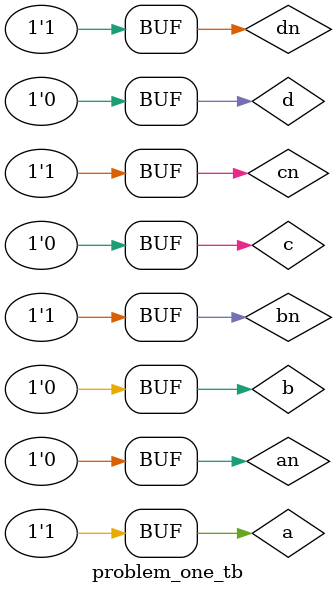
<source format=v>

module problem_one_tb();
	reg a, b, c, d, an, bn, cn, dn;
	wire out;
	problem_one p1(a,b,c,d,an,bn,cn,dn,out);

	initial begin
		$dumpfile("problem_one.vcd");
		$dumpvars(0, problem_one_tb);
		a = 0;
		b = 0;
		c = 0;
		d = 0;
		an = 1;
		bn = 1;
		cn = 1;
		dn = 1;
		#20;
		d = 1;
		dn = 0;
		#20;
		c = 1;
		cn = 0;
		#20;
		d = 0;
		dn = 1;
		#20;
		b = 1;
		bn = 0;
		#20;
		d = 1;
		dn = 0;
		#20;
		c = 0;
		cn = 1;
		#20;
		d = 0;
		dn = 1;
		#20;
		a = 1;
		an = 0;
		#20;
		d = 1;
		dn = 0;
		#20;
		c = 1;
		cn = 0;
		#20;
		d = 0;
		dn = 1;
		#20;
		b = 0;
		bn = 1;
		#20;
		d = 1;
		dn = 0;
		#20;
		c = 0;
		cn = 1;
		#20;
		d = 0;
		dn = 1;
		#20;
	end
endmodule

</source>
